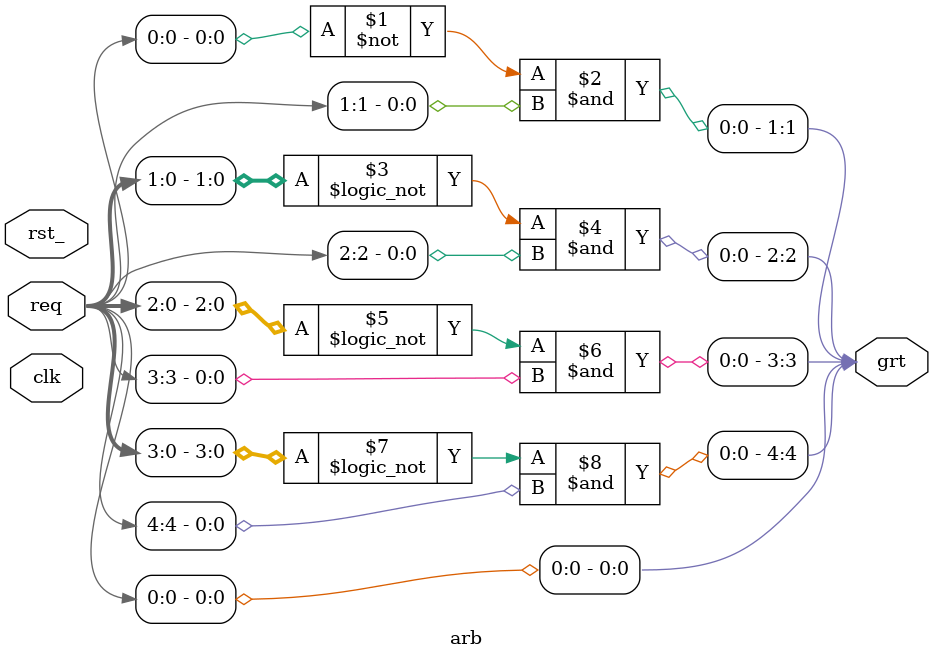
<source format=v>
module arb ( 
        req, 
        grt, 
        clk, 
        rst_ 
);

input  [4:0]  req;//input [width:msb] portname    
output [4:0]  grt;     //output  [width:msb] portname    
input             clk, rst_; //input signals

//The "grt" signals will only be asserted if the corresponding "req" signal is active and all higher-priority "req" signals are not active.

assign  grt[0]  =                   req[0]; 
assign  grt[1]  = (req[0]   == 0) & req[1]; 
assign  grt[2]  = (req[1:0] == 0) & req[2]; 
assign  grt[3]  = (req[2:0] == 0) & req[3]; 
assign  grt[4]  = (req[3:0] == 0) & req[4]; 


// assigns value to grant signals based on req signals

endmodule

</source>
